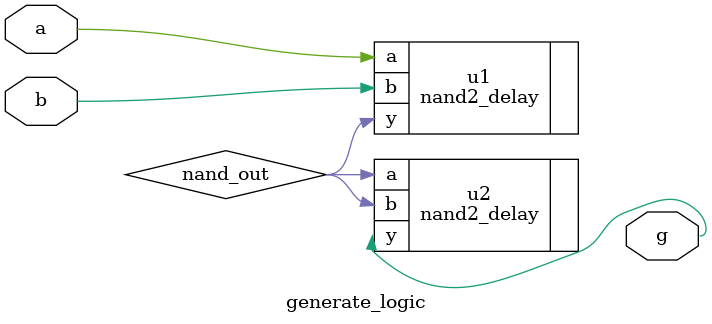
<source format=sv>
module generate_logic (
    input logic a,
    input logic b,
    output logic g
);

    logic nand_out;  


nand2_delay u1 (
	.a(a), 
	.b(b), 
	.y(nand_out)
	); 

nand2_delay u2 (
	.a(nand_out), 
	.b(nand_out), 
	.y(g)
	); 

endmodule

</source>
